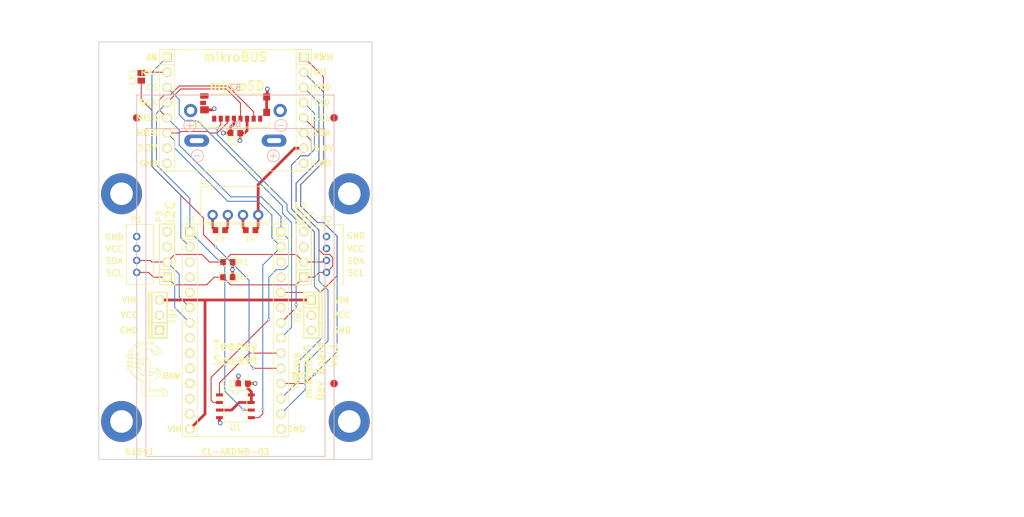
<source format=kicad_pcb>
(kicad_pcb (version 4) (host pcbnew 4.0.6)
  (title_block (title "Teensy mikroBUS Develepment Board") (date 2018-02-13) (rev 1.1) (company "Casco Logix, LLC"))
  (layers (0 F.Cu signal) (1 Power.Cu power) (2 Ground.Cu power) (31 B.Cu signal) (34 B.Paste user) (35 F.Paste user) (36 B.SilkS user) (37 F.SilkS user) (38 B.Mask user) (39 F.Mask user) (44 Edge.Cuts user))
  (net 0 "")
  (net 1 GND)
  (net 2 MOSI)
  (net 3 SCK)
  (net 4 MISO)
  (net 5 D5)
  (net 6 mikroBUS_RST)
  (net 7 A0)
  (net 8 SDA)
  (net 9 5.0V)
  (net 10 SCL)
  (net 11 D2)
  (net 12 D4)
  (net 13 D10)
  (net 14 VIN)
  (net 15 3V3)
  (net 16 D8)
  (net 17 D3)
  (net 18 TX1)
  (net 19 RX1)
  (net 20 A2)
  (net 21 A1)
  (net 22 A6)
  (net 23 A3)
  (net 24 A7)
  (net 25 A8)
  (net 26 A9)
  (net 27 D7)
  (net 28 D9)
  (net 29 D6)
  (net 30 "Net-(J5-Pad1)")
  (net 31 "Net-(J5-Pad8)")
  (net 32 "Net-(J5-Pad12)")
  (net 33 "Net-(J5-Pad13)")
  (net 34 "Net-(M1-Pad~)")
  (net 35 "Net-(M2-Pad~)")
  (net 36 "Net-(M3-Pad~)")
  (module Battery:Keystone_2462_2AA (layer B.Cu) (at 80.01 71.12 90)
    (fp_text reference B2 (at 31.75 0 360) (layer B.SilkS) (effects (font (size 1.016 1.016) (thickness 0.1524)) (justify mirror)))
    (fp_text value 2xAA)
    (pad 2 thru_hole circle (at 27.8892 7.493 90) (size 2.2225 2.2225) (drill 1.27) (layers *.Cu *.Mask) (net 1 GND))
    (pad 1 thru_hole circle (at 27.8892 -7.493 90) (size 2.2225 2.2225) (drill 1.27) (layers *.Cu *.Mask) (net 15 3V3))
  )
  (module Battery:BC9VPC (layer B.Cu) (at 80.01 48.26 270)
    (fp_text reference B1 (at -2.794 0 540) (layer B.SilkS) (effects (font (size 1.016 1.016) (thickness 0.1524)) (justify mirror)))
    (fp_text value 9V)
    (pad 2 thru_hole oval (at 0 6.477 270) (size 2.032 4.1656) (drill oval 0.8255 2.38125) (layers *.Cu *.Mask) (net 1 GND))
    (pad 1 thru_hole oval (at 0 -6.477 270) (size 2.032 4.1656) (drill oval 0.8255 2.38125) (layers *.Cu *.Mask) (net 14 VIN))
  )
  (module Active:SO-8 (layer F.Cu) (at 80.01 92.71)
    (fp_text reference U1 (at 0 3.556) (layer F.SilkS) (effects (font (size 1.016 1.016) (thickness 0.1524))))
    (fp_text value FL127 hide)
    (pad 8 smd rect (at 2.667 -1.905 270) (size 0.508 1.143) (layers F.Cu F.Paste F.Mask) (net 15 3V3))
    (pad 1 smd rect (at -2.667 -1.905 270) (size 0.508 1.143) (layers F.Cu F.Paste F.Mask) (net 12 D4))
    (pad 7 smd rect (at 2.667 -0.635 270) (size 0.508 1.143) (layers F.Cu F.Paste F.Mask) (net 15 3V3))
    (pad 6 smd rect (at 2.667 0.635 270) (size 0.508 1.143) (layers F.Cu F.Paste F.Mask) (net 3 SCK))
    (pad 5 smd rect (at 2.667 1.905 270) (size 0.508 1.143) (layers F.Cu F.Paste F.Mask) (net 2 MOSI))
    (pad 2 smd rect (at -2.667 -0.635 270) (size 0.508 1.143) (layers F.Cu F.Paste F.Mask) (net 4 MISO))
    (pad 3 smd rect (at -2.667 0.635 270) (size 0.508 1.143) (layers F.Cu F.Paste F.Mask) (net 15 3V3))
    (pad 4 smd rect (at -2.667 1.905 270) (size 0.508 1.143) (layers F.Cu F.Paste F.Mask) (net 1 GND))
  )
  (module Terminal_Block:TB_100MIL_1R3P_PTH (layer F.Cu) (at 92.71 77.47 270)
    (fp_text reference TB2 (at 0 2.286 450) (layer F.SilkS) (effects (font (size 1.016 1.016) (thickness 0.1524))))
    (fp_text value OSTVN_1x3 hide)
    (pad 1 thru_hole rect (at -2.54 0 270) (size 1.524 1.524) (drill 1.016) (layers *.Cu *.Mask F.SilkS) (net 14 VIN))
    (pad 2 thru_hole circle (at 0 0 270) (size 1.524 1.524) (drill 1.016) (layers *.Cu *.Mask F.SilkS) (net 15 3V3))
    (pad 3 thru_hole circle (at 2.54 0 270) (size 1.524 1.524) (drill 1.016) (layers *.Cu *.Mask F.SilkS) (net 1 GND))
  )
  (module Header:HEADER_M_2.54MM_1R4P_ST_AU_PTH (layer F.Cu) (at 91.44 67.31 90)
    (fp_text reference P4 (at 6.35 1.27 90) (layer F.SilkS) (effects (font (size 1.016 1.016) (thickness 0.1524))))
    (fp_text value HEADER_M_2.54MM_1R4P_ST_AU_PTH hide)
    (pad 4 thru_hole circle (at 3.81 0 90) (size 1.524 1.524) (drill 1.016) (layers *.Cu *.Mask F.SilkS) (net 1 GND))
    (pad 3 thru_hole circle (at 1.27 0 90) (size 1.524 1.524) (drill 1.016) (layers *.Cu *.Mask F.SilkS) (net 15 3V3))
    (pad 2 thru_hole circle (at -1.27 0 90) (size 1.524 1.524) (drill 1.016) (layers *.Cu *.Mask F.SilkS) (net 8 SDA))
    (pad 1 thru_hole rect (at -3.81 0 90) (size 1.524 1.524) (drill 1.016) (layers *.Cu *.Mask F.SilkS) (net 10 SCL))
  )
  (module Connector:PH_2.0_PTH (layer F.Cu) (at 95.25 67.31 90)
    (fp_text reference P2 (at 5.842 0 180) (layer F.SilkS) (effects (font (size 1.016 1.016) (thickness 0.1524))))
    (fp_text value HEADER_M_2.54MM_1R4P_ST_AU_PTH hide)
    (pad 3 thru_hole circle (at 1 0 90) (size 1.25 1.25) (drill 0.7) (layers *.Cu *.Mask) (net 15 3V3))
    (pad 2 thru_hole circle (at -1 0 90) (size 1.25 1.25) (drill 0.7) (layers *.Cu *.Mask) (net 8 SDA))
    (pad 1 thru_hole circle (at -3 0 90) (size 1.25 1.25) (drill 0.7) (layers *.Cu *.Mask) (net 10 SCL))
    (pad 4 thru_hole circle (at 3 0 90) (size 1.25 1.25) (drill 0.7) (layers *.Cu *.Mask) (net 1 GND))
  )
  (module Header:HEADER_F_2.54MM_1R8P_ST_AU_PTH (layer F.Cu) (at 91.44 43.18 270)
    (fp_text reference J2 (at -8.89 -2.54 360) (layer F.SilkS) (effects (font (size 1.016 1.016) (thickness 0.1524))))
    (fp_text value HEADER_F_2.54MM_1R8P_ST_AU_PTH hide)
    (pad 6 thru_hole circle (at 3.81 0 270) (size 1.524 1.524) (drill 1.016) (layers *.Cu *.Mask F.SilkS) (net 8 SDA))
    (pad 7 thru_hole circle (at 6.35 0 270) (size 1.524 1.524) (drill 1.016) (layers *.Cu *.Mask F.SilkS) (net 9 5.0V))
    (pad 8 thru_hole circle (at 8.89 0 270) (size 1.524 1.524) (drill 1.016) (layers *.Cu *.Mask F.SilkS) (net 1 GND))
    (pad 4 thru_hole circle (at -1.27 0 270) (size 1.524 1.524) (drill 1.016) (layers *.Cu *.Mask F.SilkS) (net 18 TX1))
    (pad 5 thru_hole circle (at 1.27 0 270) (size 1.524 1.524) (drill 1.016) (layers *.Cu *.Mask F.SilkS) (net 10 SCL))
    (pad 3 thru_hole circle (at -3.81 0 270) (size 1.524 1.524) (drill 1.016) (layers *.Cu *.Mask F.SilkS) (net 19 RX1))
    (pad 2 thru_hole circle (at -6.35 0 270) (size 1.524 1.524) (drill 1.016) (layers *.Cu *.Mask F.SilkS) (net 11 D2))
    (pad 1 thru_hole rect (at -8.89 0 270) (size 1.524 1.524) (drill 1.016) (layers *.Cu *.Mask F.SilkS) (net 16 D8))
  )
  (module Header:HEADER_F_2.54MM_1R8P_ST_AU_PTH (layer F.Cu) (at 68.58 43.18 270)
    (fp_text reference J1 (at -8.89 2.54 360) (layer F.SilkS) (effects (font (size 1.016 1.016) (thickness 0.1524))))
    (fp_text value HEADER_F_2.54MM_1R8P_ST_AU_PTH hide)
    (pad 6 thru_hole circle (at 3.81 0 270) (size 1.524 1.524) (drill 1.016) (layers *.Cu *.Mask F.SilkS) (net 2 MOSI))
    (pad 7 thru_hole circle (at 6.35 0 270) (size 1.524 1.524) (drill 1.016) (layers *.Cu *.Mask F.SilkS) (net 15 3V3))
    (pad 8 thru_hole circle (at 8.89 0 270) (size 1.524 1.524) (drill 1.016) (layers *.Cu *.Mask F.SilkS) (net 1 GND))
    (pad 4 thru_hole circle (at -1.27 0 270) (size 1.524 1.524) (drill 1.016) (layers *.Cu *.Mask F.SilkS) (net 3 SCK))
    (pad 5 thru_hole circle (at 1.27 0 270) (size 1.524 1.524) (drill 1.016) (layers *.Cu *.Mask F.SilkS) (net 4 MISO))
    (pad 3 thru_hole circle (at -3.81 0 270) (size 1.524 1.524) (drill 1.016) (layers *.Cu *.Mask F.SilkS) (net 5 D5))
    (pad 2 thru_hole circle (at -6.35 0 270) (size 1.524 1.524) (drill 1.016) (layers *.Cu *.Mask F.SilkS) (net 6 mikroBUS_RST))
    (pad 1 thru_hole rect (at -8.89 0 270) (size 1.524 1.524) (drill 1.016) (layers *.Cu *.Mask F.SilkS) (net 7 A0))
  )
  (module Terminal_Block:TB_100MIL_1R3P_PTH (layer F.Cu) (at 67.31 77.47 90)
    (fp_text reference TB1 (at 0 2.286 270) (layer F.SilkS) (effects (font (size 1.016 1.016) (thickness 0.1524))))
    (fp_text value OSTVN_1x3 hide)
    (pad 1 thru_hole rect (at -2.54 0 90) (size 1.524 1.524) (drill 1.016) (layers *.Cu *.Mask F.SilkS) (net 1 GND))
    (pad 2 thru_hole circle (at 0 0 90) (size 1.524 1.524) (drill 1.016) (layers *.Cu *.Mask F.SilkS) (net 15 3V3))
    (pad 3 thru_hole circle (at 2.54 0 90) (size 1.524 1.524) (drill 1.016) (layers *.Cu *.Mask F.SilkS) (net 14 VIN))
  )
  (module Connector:Molex_0475710001 (layer F.Cu) (at 80.01 43.18 180)
    (fp_text reference J5 (at 6.604 -2.286 180) (layer F.SilkS) (effects (font (size 1.016 1.016) (thickness 0.1524))))
    (fp_text value Molex_0475710001 hide)
    (pad 1 smd rect (at 3.55 -1.415 180) (size 0.7 1) (layers F.Cu F.Paste F.Mask) (net 30 "Net-(J5-Pad1)"))
    (pad 2 smd rect (at 2.45 -1.415 180) (size 0.7 1) (layers F.Cu F.Paste F.Mask) (net 29 D6))
    (pad 3 smd rect (at 1.35 -1.415 180) (size 0.7 1) (layers F.Cu F.Paste F.Mask) (net 2 MOSI))
    (pad 4 smd rect (at 0.25 -1.415 180) (size 0.7 1) (layers F.Cu F.Paste F.Mask) (net 15 3V3))
    (pad 5 smd rect (at -0.85 -1.415 180) (size 0.7 1) (layers F.Cu F.Paste F.Mask) (net 3 SCK))
    (pad 6 smd rect (at -1.95 -1.415 180) (size 0.7 1) (layers F.Cu F.Paste F.Mask) (net 1 GND))
    (pad 7 smd rect (at -3.05 -1.415 180) (size 0.7 1) (layers F.Cu F.Paste F.Mask) (net 4 MISO))
    (pad 8 smd rect (at -4.15 -1.415 180) (size 0.7 1) (layers F.Cu F.Paste F.Mask) (net 31 "Net-(J5-Pad8)"))
    (pad 9 smd rect (at -5.225 -0.365 180) (size 1.15 1.2) (layers F.Cu F.Paste F.Mask) (net 1 GND))
    (pad 10 smd rect (at -5.225 2.225 180) (size 1.15 1.2) (layers F.Cu F.Paste F.Mask) (net 1 GND))
    (pad 11 smd rect (at 5.175 0.075 180) (size 1.45 1.2) (layers F.Cu F.Paste F.Mask) (net 1 GND))
    (pad 12 smd rect (at 5.4 1.225 180) (size 1 0.7) (layers F.Cu F.Paste F.Mask) (net 32 "Net-(J5-Pad12)"))
    (pad 13 smd rect (at 5.2 2.375 180) (size 1.4 0.9) (layers F.Cu F.Paste F.Mask) (net 33 "Net-(J5-Pad13)"))
  )
  (module Header:HEADER_M_2.54MM_1R4P_ST_AU_PTH (layer F.Cu) (at 68.58 67.31 90)
    (fp_text reference P3 (at 6.35 -1.27 90) (layer F.SilkS) (effects (font (size 1.016 1.016) (thickness 0.1524))))
    (fp_text value HEADER_M_2.54MM_1R4P_ST_AU_PTH hide)
    (pad 4 thru_hole circle (at 3.81 0 90) (size 1.524 1.524) (drill 1.016) (layers *.Cu *.Mask F.SilkS) (net 1 GND))
    (pad 3 thru_hole circle (at 1.27 0 90) (size 1.524 1.524) (drill 1.016) (layers *.Cu *.Mask F.SilkS) (net 15 3V3))
    (pad 2 thru_hole circle (at -1.27 0 90) (size 1.524 1.524) (drill 1.016) (layers *.Cu *.Mask F.SilkS) (net 8 SDA))
    (pad 1 thru_hole rect (at -3.81 0 90) (size 1.524 1.524) (drill 1.016) (layers *.Cu *.Mask F.SilkS) (net 10 SCL))
  )
  (module Connector:PH_2.0_PTH (layer F.Cu) (at 63.5 67.31 90)
    (fp_text reference P1 (at 5.842 0 180) (layer F.SilkS) (effects (font (size 1.016 1.016) (thickness 0.1524))))
    (fp_text value HEADER_M_2.54MM_1R4P_ST_AU_PTH hide)
    (pad 3 thru_hole circle (at 1 0 90) (size 1.25 1.25) (drill 0.7) (layers *.Cu *.Mask) (net 15 3V3))
    (pad 2 thru_hole circle (at -1 0 90) (size 1.25 1.25) (drill 0.7) (layers *.Cu *.Mask) (net 8 SDA))
    (pad 1 thru_hole circle (at -3 0 90) (size 1.25 1.25) (drill 0.7) (layers *.Cu *.Mask) (net 10 SCL))
    (pad 4 thru_hole circle (at 3 0 90) (size 1.25 1.25) (drill 0.7) (layers *.Cu *.Mask) (net 1 GND))
  )
  (module Passive:0603 (layer F.Cu) (at 81.28 88.9 180)
    (fp_text reference C1 (at 2.54 0 180) (layer F.SilkS) (effects (font (size 1.016 1.016) (thickness 0.1524))))
    (fp_text value 1uF)
    (pad 1 smd rect (at -0.8 0 180) (size 0.95 1) (layers F.Cu F.Paste F.Mask) (net 15 3V3))
    (pad 2 smd rect (at 0.8 0 180) (size 0.95 1) (layers F.Cu F.Paste F.Mask) (net 1 GND))
  )
  (module Passive:0603 (layer F.Cu) (at 80.01 46.99)
    (fp_text reference C3 (at -0.508 1.524) (layer F.SilkS) (effects (font (size 1.016 1.016) (thickness 0.1524))))
    (fp_text value 1uF)
    (pad 1 smd rect (at -0.8 0) (size 0.95 1) (layers F.Cu F.Paste F.Mask) (net 15 3V3))
    (pad 2 smd rect (at 0.8 0) (size 0.95 1) (layers F.Cu F.Paste F.Mask) (net 1 GND))
  )
  (module Passive:SOLDER_LINK_NO (layer F.Cu) (at 64.262 37.592 180)
    (fp_text reference LK1 (at 1.524 0 450) (layer F.SilkS) (effects (font (size 1.016 1.016) (thickness 0.1524))))
    (fp_text value SOLDER_LINK_NO)
    (pad 1 smd rect (at 0 -0.635 180) (size 1.27 1.016) (layers F.Cu F.Mask) (net 17 D3))
    (pad 2 smd rect (at 0 0.635 180) (size 1.27 1.016) (layers F.Cu F.Mask) (net 6 mikroBUS_RST))
  )
  (module Passive:R0603 (layer F.Cu) (at 78.74 68.58 180)
    (fp_text reference R1 (at -2.54 0 180) (layer F.SilkS) (effects (font (size 1.016 1.016) (thickness 0.1524))))
    (fp_text value 4.7k)
    (pad 1 smd rect (at -0.8 0 180) (size 0.95 1) (layers F.Cu F.Paste F.Mask) (net 15 3V3))
    (pad 2 smd rect (at 0.8 0 180) (size 0.95 1) (layers F.Cu F.Paste F.Mask) (net 8 SDA))
  )
  (module Passive:R0603 (layer F.Cu) (at 78.74 71.12 180)
    (fp_text reference R2 (at -2.54 0 180) (layer F.SilkS) (effects (font (size 1.016 1.016) (thickness 0.1524))))
    (fp_text value 4.7k)
    (pad 1 smd rect (at -0.8 0 180) (size 0.95 1) (layers F.Cu F.Paste F.Mask) (net 15 3V3))
    (pad 2 smd rect (at 0.8 0 180) (size 0.95 1) (layers F.Cu F.Paste F.Mask) (net 10 SCL))
  )
  (module Logo:Casco_Logix_Logo_7x7MM (layer F.Cu) (at 65.278 86.614)
    (fp_text reference G1 hide)
    (fp_text value Casco_Logix_Logo hide)
  )
  (module FIDUCIAL:FIDUCIAL (layer F.Cu) (at 96.52 88.9)
    (fp_text reference M1 hide)
    (fp_text value FID hide)
    (pad ~ smd circle (at 0 0 270) (size 1.27 1.27) (layers F.Cu F.Mask) (net 34 "Net-(M1-Pad~)") (clearance 0.635))
  )
  (module FIDUCIAL:FIDUCIAL (layer F.Cu) (at 96.52 44.45)
    (fp_text reference M2 hide)
    (fp_text value FID hide)
    (pad ~ smd circle (at 0 0 270) (size 1.27 1.27) (layers F.Cu F.Mask) (net 35 "Net-(M2-Pad~)") (clearance 0.635))
  )
  (module FIDUCIAL:FIDUCIAL (layer F.Cu) (at 63.5 44.45)
    (fp_text reference M3 hide)
    (fp_text value FID hide)
    (pad ~ smd circle (at 0 0 270) (size 1.27 1.27) (layers F.Cu F.Mask) (net 36 "Net-(M3-Pad~)") (clearance 0.635))
  )
  (module Fastener:MH_#6 (layer F.Cu) (at 60.96 57.15)
    (fp_text reference MH1 hide)
    (fp_text value MTG_HOLE)
    (pad ~ thru_hole circle (at 0 0) (size 6.858 6.858) (drill 3.7846) (layers *.Cu *.Mask) (net 1 GND))
  )
  (module Fastener:MH_#6 (layer F.Cu) (at 99.06 57.15)
    (fp_text reference MH2 hide)
    (fp_text value MTG_HOLE)
    (pad ~ thru_hole circle (at 0 0) (size 6.858 6.858) (drill 3.7846) (layers *.Cu *.Mask) (net 1 GND))
  )
  (module Fastener:MH_#6 (layer F.Cu) (at 60.96 95.25)
    (fp_text reference MH3 hide)
    (fp_text value MTG_HOLE)
    (pad ~ thru_hole circle (at 0 0) (size 6.858 6.858) (drill 3.7846) (layers *.Cu *.Mask) (net 1 GND))
  )
  (module Fastener:MH_#6 (layer F.Cu) (at 99.06 95.25)
    (fp_text reference MH4 hide)
    (fp_text value MTG_HOLE)
    (pad ~ thru_hole circle (at 0 0) (size 6.858 6.858) (drill 3.7846) (layers *.Cu *.Mask) (net 1 GND))
  )
  (module Passive:0603 (layer F.Cu) (at 77.47 63.246 180)
    (fp_text reference C2 (at 0 -1.524 180) (layer F.SilkS) (effects (font (size 0.762 0.762) (thickness 0.127))))
    (fp_text value 1uF)
    (pad 1 smd rect (at -0.8 0 180) (size 0.95 1) (layers F.Cu F.Paste F.Mask) (net 15 3V3))
    (pad 2 smd rect (at 0.8 0 180) (size 0.95 1) (layers F.Cu F.Paste F.Mask) (net 1 GND))
  )
  (module Passive:0603 (layer F.Cu) (at 82.55 63.246 180)
    (fp_text reference C4 (at 0 -1.524 180) (layer F.SilkS) (effects (font (size 0.762 0.762) (thickness 0.127))))
    (fp_text value 1uF)
    (pad 1 smd rect (at -0.8 0 180) (size 0.95 1) (layers F.Cu F.Paste F.Mask) (net 9 5.0V))
    (pad 2 smd rect (at 0.8 0 180) (size 0.95 1) (layers F.Cu F.Paste F.Mask) (net 1 GND))
  )
  (module Power_Supply:Recom_ROE-3.305S (layer F.Cu) (at 80.01 60.706)
    (fp_text reference U2 (at -4.826 -5.588) (layer F.SilkS) (effects (font (size 1.016 1.016) (thickness 0.127))))
    (fp_text value Recom_DC_DC_Conv)
    (pad 1 thru_hole circle (at -3.81 0) (size 1.7272 1.7272) (drill 0.9906) (layers *.Cu *.Mask) (net 1 GND))
    (pad 2 thru_hole circle (at -1.27 0) (size 1.7272 1.7272) (drill 0.9906) (layers *.Cu *.Mask) (net 15 3V3))
    (pad 3 thru_hole circle (at 1.27 0) (size 1.7272 1.7272) (drill 0.9906) (layers *.Cu *.Mask) (net 1 GND))
    (pad 4 thru_hole circle (at 3.81 0) (size 1.7272 1.7272) (drill 0.9906) (layers *.Cu *.Mask) (net 9 5.0V))
  )
  (module Header:HEADER_M_2.54MM_1R14P_ST_AU_PTH (layer F.Cu) (at 72.39 80.01 270)
    (fp_text reference J3 (at -18.542 0 360) (layer F.SilkS) (effects (font (size 1.016 1.016) (thickness 0.127))))
    (fp_text value HEADER_F_2.54MM_1R14P_ST_AU_PTH hide)
    (pad 6 thru_hole circle (at -3.81 0 270) (size 1.524 1.524) (drill 1.016) (layers *.Cu *.Mask F.SilkS) (net 8 SDA))
    (pad 4 thru_hole circle (at -8.89 0 270) (size 1.524 1.524) (drill 1.016) (layers *.Cu *.Mask F.SilkS) (net 20 A2))
    (pad 3 thru_hole circle (at -11.43 0 270) (size 1.524 1.524) (drill 1.016) (layers *.Cu *.Mask F.SilkS) (net 21 A1))
    (pad 2 thru_hole circle (at -13.97 0 270) (size 1.524 1.524) (drill 1.016) (layers *.Cu *.Mask F.SilkS) (net 7 A0))
    (pad 1 thru_hole rect (at -16.51 0 270) (size 1.524 1.524) (drill 1.016) (layers *.Cu *.Mask F.SilkS) (net 3 SCK))
    (pad 7 thru_hole circle (at -1.27 0 270) (size 1.524 1.524) (drill 1.016) (layers *.Cu *.Mask F.SilkS) (net 10 SCL))
    (pad 8 thru_hole circle (at 1.27 0 270) (size 1.524 1.524) (drill 1.016) (layers *.Cu *.Mask F.SilkS) (net 22 A6))
    (pad 5 thru_hole circle (at -6.35 0 270) (size 1.524 1.524) (drill 1.016) (layers *.Cu *.Mask F.SilkS) (net 23 A3))
    (pad 9 thru_hole circle (at 3.81 0 270) (size 1.524 1.524) (drill 1.016) (layers *.Cu *.Mask F.SilkS) (net 24 A7))
    (pad 10 thru_hole circle (at 6.35 0 270) (size 1.524 1.524) (drill 1.016) (layers *.Cu *.Mask F.SilkS) (net 25 A8))
    (pad 11 thru_hole circle (at 8.89 0 270) (size 1.524 1.524) (drill 1.016) (layers *.Cu *.Mask F.SilkS) (net 26 A9))
    (pad 12 thru_hole circle (at 11.43 0 270) (size 1.524 1.524) (drill 1.016) (layers *.Cu *.Mask F.SilkS) (net 15 3V3))
    (pad 13 thru_hole circle (at 13.97 0 270) (size 1.524 1.524) (drill 1.016) (layers *.Cu *.Mask F.SilkS) (net 1 GND))
    (pad 14 thru_hole circle (at 16.51 0 270) (size 1.524 1.524) (drill 1.016) (layers *.Cu *.Mask F.SilkS) (net 14 VIN))
  )
  (module Header:HEADER_M_2.54MM_1R14P_ST_AU_PTH (layer F.Cu) (at 87.63 80.01 270)
    (fp_text reference J4 (at -18.542 0 360) (layer F.SilkS) (effects (font (size 1.016 1.016) (thickness 0.127))))
    (fp_text value HEADER_F_2.54MM_1R14P_ST_AU_PTH hide)
    (pad 6 thru_hole circle (at -3.81 0 270) (size 1.524 1.524) (drill 1.016) (layers *.Cu *.Mask F.SilkS) (net 27 D7))
    (pad 4 thru_hole circle (at -8.89 0 270) (size 1.524 1.524) (drill 1.016) (layers *.Cu *.Mask F.SilkS) (net 28 D9))
    (pad 3 thru_hole circle (at -11.43 0 270) (size 1.524 1.524) (drill 1.016) (layers *.Cu *.Mask F.SilkS) (net 13 D10))
    (pad 2 thru_hole circle (at -13.97 0 270) (size 1.524 1.524) (drill 1.016) (layers *.Cu *.Mask F.SilkS) (net 2 MOSI))
    (pad 1 thru_hole rect (at -16.51 0 270) (size 1.524 1.524) (drill 1.016) (layers *.Cu *.Mask F.SilkS) (net 4 MISO))
    (pad 7 thru_hole circle (at -1.27 0 270) (size 1.524 1.524) (drill 1.016) (layers *.Cu *.Mask F.SilkS) (net 29 D6))
    (pad 8 thru_hole circle (at 1.27 0 270) (size 1.524 1.524) (drill 1.016) (layers *.Cu *.Mask F.SilkS) (net 5 D5))
    (pad 5 thru_hole circle (at -6.35 0 270) (size 1.524 1.524) (drill 1.016) (layers *.Cu *.Mask F.SilkS) (net 16 D8))
    (pad 9 thru_hole circle (at 3.81 0 270) (size 1.524 1.524) (drill 1.016) (layers *.Cu *.Mask F.SilkS) (net 12 D4))
    (pad 10 thru_hole circle (at 6.35 0 270) (size 1.524 1.524) (drill 1.016) (layers *.Cu *.Mask F.SilkS) (net 17 D3))
    (pad 11 thru_hole circle (at 8.89 0 270) (size 1.524 1.524) (drill 1.016) (layers *.Cu *.Mask F.SilkS) (net 11 D2))
    (pad 12 thru_hole circle (at 11.43 0 270) (size 1.524 1.524) (drill 1.016) (layers *.Cu *.Mask F.SilkS) (net 18 TX1))
    (pad 13 thru_hole circle (at 13.97 0 270) (size 1.524 1.524) (drill 1.016) (layers *.Cu *.Mask F.SilkS) (net 19 RX1))
    (pad 14 thru_hole circle (at 16.51 0 270) (size 1.524 1.524) (drill 1.016) (layers *.Cu *.Mask F.SilkS) (net 1 GND))
  )
  (gr_text GND (at 90.17 96.52) (layer F.SilkS) (effects (font (size 1.016 1.016) (thickness 0.2032))))
  (gr_text VIN (at 69.85 96.52) (layer F.SilkS) (effects (font (size 1.016 1.016) (thickness 0.2032))))
  (gr_text GND (at 59.75 64.4) (layer F.SilkS) (effects (font (size 1.016 1.016) (thickness 0.2032))))
  (gr_text VCC (at 59.75 66.4) (layer F.SilkS) (effects (font (size 1.016 1.016) (thickness 0.2032))))
  (gr_text SDA (at 59.75 68.4) (layer F.SilkS) (effects (font (size 1.016 1.016) (thickness 0.2032))))
  (gr_text SCL (at 59.75 70.4) (layer F.SilkS) (effects (font (size 1.016 1.016) (thickness 0.2032))))
  (gr_text TXD (at 90.678 87.63) (layer F.SilkS) (effects (font (size 1.016 1.016) (thickness 0.2032))))
  (gr_text RAW (at 69.342 87.63) (layer F.SilkS) (effects (font (size 1.016 1.016) (thickness 0.2032))))
  (gr_text SCL (at 100.15 70.4) (layer F.SilkS) (effects (font (size 1.016 1.016) (thickness 0.2032))))
  (gr_text SDA (at 100.15 68.4) (layer F.SilkS) (effects (font (size 1.016 1.016) (thickness 0.2032))))
  (gr_text VCC (at 100.15 66.4) (layer F.SilkS) (effects (font (size 1.016 1.016) (thickness 0.2032))))
  (gr_text GND (at 100.15 64.2) (layer F.SilkS) (effects (font (size 1.016 1.016) (thickness 0.2032))))
  (gr_text INT (at 94.234 36.83) (layer F.SilkS) (effects (font (size 1.016 1.016) (thickness 0.2032))))
  (gr_text PWM (at 94.742 34.29) (layer F.SilkS) (effects (font (size 1.016 1.016) (thickness 0.2032))))
  (gr_text RXD (at 94.488 39.37) (layer F.SilkS) (effects (font (size 1.016 1.016) (thickness 0.2032))))
  (gr_text TXD (at 94.488 41.91) (layer F.SilkS) (effects (font (size 1.016 1.016) (thickness 0.2032))))
  (gr_text SCL (at 94.488 44.45) (layer F.SilkS) (effects (font (size 1.016 1.016) (thickness 0.2032))))
  (gr_text SDA (at 94.488 46.99) (layer F.SilkS) (effects (font (size 1.016 1.016) (thickness 0.2032))))
  (gr_text 5.0V (at 94.742 49.53) (layer F.SilkS) (effects (font (size 1.016 1.016) (thickness 0.2032))))
  (gr_text GND (at 94.488 52.07) (layer F.SilkS) (effects (font (size 1.016 1.016) (thickness 0.2032))))
  (gr_text GND (at 65.532 52.07) (layer F.SilkS) (effects (font (size 1.016 1.016) (thickness 0.2032))))
  (gr_text 3.3V (at 65.278 49.53) (layer F.SilkS) (effects (font (size 1.016 1.016) (thickness 0.2032))))
  (gr_text MOSI (at 65.278 46.99) (layer F.SilkS) (effects (font (size 1.016 1.016) (thickness 0.2032))))
  (gr_text MISO (at 65.278 44.45) (layer F.SilkS) (effects (font (size 1.016 1.016) (thickness 0.2032))))
  (gr_text SCK (at 65.532 41.91) (layer F.SilkS) (effects (font (size 1.016 1.016) (thickness 0.2032))))
  (gr_text CS (at 66.04 39.37) (layer F.SilkS) (effects (font (size 1.016 1.016) (thickness 0.2032))))
  (gr_text RST (at 65.532 36.83) (layer F.SilkS) (effects (font (size 1.016 1.016) (thickness 0.2032))))
  (gr_text AN (at 66.04 34.29) (layer F.SilkS) (effects (font (size 1.016 1.016) (thickness 0.2032))))
  (gr_line (start 57.15 31.75) (end 102.87 31.75) (angle 90) (layer Edge.Cuts) (width 0.15))
  (gr_line (start 57.15 101.6) (end 102.87 101.6) (angle 90) (layer Edge.Cuts) (width 0.15))
  (gr_line (start 71.12 62.23) (end 88.9 62.23) (angle 90) (layer F.SilkS) (width 0.127))
  (gr_line (start 71.12 97.79) (end 88.9 97.79) (angle 90) (layer F.SilkS) (width 0.127))
  (gr_text CL-ARDMB-03 (at 80.01 100.33) (layer F.SilkS) (effects (font (size 1.016 1.016) (thickness 0.2032))))
  (gr_text "Teensy\nmikroBUS\nDev Board" (at 92.202 86.868 90) (layer F.SilkS) (effects (font (size 1.27 1.27) (thickness 0.254))))
  (gr_line (start 67.31 53.34) (end 92.71 53.34) (angle 90) (layer F.SilkS) (width 0.127))
  (gr_text 61541 (at 64.008 100.33) (layer F.SilkS) (effects (font (size 1.016 1.016) (thickness 0.2032))))
  (gr_text V1.1 (at 96.52 84.074 90) (layer F.SilkS) (effects (font (size 1.27 1.27) (thickness 0.254))))
  (gr_text microSD (at 80.264 39.116) (layer F.SilkS) (effects (font (size 1.5 1.5) (thickness 0.3))))
  (gr_text VIN (at 97.79 74.93) (layer F.SilkS) (effects (font (size 1.016 1.016) (thickness 0.2032))))
  (gr_text VCC (at 97.79 77.47) (layer F.SilkS) (effects (font (size 1.016 1.016) (thickness 0.2032))))
  (gr_text GND (at 97.79 80.01) (layer F.SilkS) (effects (font (size 1.016 1.016) (thickness 0.2032))))
  (gr_text GND (at 62.23 80.01) (layer F.SilkS) (effects (font (size 1.016 1.016) (thickness 0.2032))))
  (gr_text VCC (at 62.23 77.47) (layer F.SilkS) (effects (font (size 1.016 1.016) (thickness 0.2032))))
  (gr_text VIN (at 62.23 74.93) (layer F.SilkS) (effects (font (size 1.016 1.016) (thickness 0.2032))))
  (gr_line (start 67.31 33.02) (end 92.71 33.02) (angle 90) (layer F.SilkS) (width 0.127))
  (gr_text I2C (at 69.088 60.198 90) (layer F.SilkS) (effects (font (size 1.5 1.5) (thickness 0.3))))
  (gr_text I2C (at 90.932 60.198 90) (layer F.SilkS) (effects (font (size 1.5 1.5) (thickness 0.3))))
  (gr_line (start 102.87 31.75) (end 102.87 101.6) (angle 90) (layer Edge.Cuts) (width 0.15))
  (gr_line (start 57.15 31.75) (end 57.15 101.6) (angle 90) (layer Edge.Cuts) (width 0.15))
  (gr_text "Teensy\nSocket" (at 80.01 83.82) (layer F.SilkS) (effects (font (size 1.5 1.5) (thickness 0.3))))
  (gr_text mikroBUS (at 80.01 34.29) (layer F.SilkS) (effects (font (size 1.5 1.5) (thickness 0.3))))
  (segment (start 74.835 43.105) (end 76.275 43.105) (width 0.4572) (layer F.Cu) (net 1))
  (via (at 76.454 42.926) (size 0.762) (drill 0.4572) (layers F.Cu B.Cu) (net 1))
  (segment (start 76.275 43.105) (end 76.454 42.926) (width 0.4572) (layer F.Cu) (net 1))
  (segment (start 81.75 63.246) (end 81.28 62.776) (width 0.4572) (layer F.Cu) (net 1))
  (segment (start 81.28 62.776) (end 81.28 60.706) (width 0.4572) (layer F.Cu) (net 1))
  (segment (start 76.67 63.246) (end 76.2 62.776) (width 0.4572) (layer F.Cu) (net 1))
  (segment (start 76.2 62.776) (end 76.2 60.706) (width 0.4572) (layer F.Cu) (net 1))
  (segment (start 80.48 88.9) (end 80.48 87.668) (width 0.4572) (layer F.Cu) (net 1))
  (via (at 80.518 87.63) (size 0.762) (drill 0.4572) (layers F.Cu B.Cu) (net 1))
  (segment (start 80.48 87.668) (end 80.518 87.63) (width 0.4572) (layer F.Cu) (net 1))
  (segment (start 77.343 94.615) (end 77.343 95.377) (width 0.4572) (layer F.Cu) (net 1))
  (via (at 77.47 95.504) (size 0.762) (drill 0.4572) (layers F.Cu B.Cu) (net 1))
  (segment (start 77.343 95.377) (end 77.47 95.504) (width 0.4572) (layer F.Cu) (net 1))
  (segment (start 80.81 46.99) (end 80.81 48.222) (width 0.4572) (layer F.Cu) (net 1))
  (via (at 80.772 48.26) (size 0.762) (drill 0.4572) (layers F.Cu B.Cu) (net 1))
  (segment (start 80.81 48.222) (end 80.772 48.26) (width 0.4572) (layer F.Cu) (net 1))
  (segment (start 80.81 46.99) (end 81.534 46.99) (width 0.4572) (layer F.Cu) (net 1))
  (segment (start 81.96 46.564) (end 81.96 44.595) (width 0.4572) (layer F.Cu) (net 1))
  (segment (start 81.534 46.99) (end 81.96 46.564) (width 0.4572) (layer F.Cu) (net 1))
  (segment (start 80.81 46.99) (end 80.81 46.952) (width 0.4572) (layer F.Cu) (net 1))
  (segment (start 85.235 40.955) (end 85.344 40.846) (width 0.4572) (layer F.Cu) (net 1))
  (segment (start 85.344 40.846) (end 85.344 39.624) (width 0.4572) (layer F.Cu) (net 1))
  (via (at 85.344 39.624) (size 0.762) (drill 0.4572) (layers F.Cu B.Cu) (net 1))
  (segment (start 85.235 43.545) (end 85.235 40.955) (width 0.4572) (layer F.Cu) (net 1))
  (segment (start 68.58 46.99) (end 69.85 48.26) (width 0.1524) (layer B.Cu) (net 2))
  (segment (start 80.01 58.42) (end 83.82 58.42) (width 0.1524) (layer B.Cu) (net 2))
  (segment (start 83.82 58.42) (end 86.106 60.706) (width 0.1524) (layer B.Cu) (net 2))
  (segment (start 86.106 64.516) (end 87.63 66.04) (width 0.1524) (layer B.Cu) (net 2))
  (segment (start 86.106 60.706) (end 86.106 64.516) (width 0.1524) (layer B.Cu) (net 2))
  (segment (start 78.74 58.42) (end 80.01 58.42) (width 0.1524) (layer B.Cu) (net 2))
  (segment (start 69.85 49.53) (end 78.74 58.42) (width 0.1524) (layer B.Cu) (net 2))
  (segment (start 69.85 48.26) (end 69.85 49.53) (width 0.1524) (layer B.Cu) (net 2))
  (segment (start 76.962 46.99) (end 75.692 46.99) (width 0.1524) (layer F.Cu) (net 2))
  (segment (start 76.962 46.99) (end 78.66 45.292) (width 0.1524) (layer F.Cu) (net 2))
  (segment (start 78.66 44.595) (end 78.66 45.292) (width 0.1524) (layer F.Cu) (net 2))
  (segment (start 70.612 46.99) (end 68.58 46.99) (width 0.1524) (layer F.Cu) (net 2))
  (segment (start 70.866 46.736) (end 70.612 46.99) (width 0.1524) (layer F.Cu) (net 2))
  (segment (start 75.438 46.736) (end 70.866 46.736) (width 0.1524) (layer F.Cu) (net 2))
  (segment (start 75.692 46.99) (end 75.438 46.736) (width 0.1524) (layer F.Cu) (net 2))
  (segment (start 87.63 66.04) (end 84.582 69.088) (width 0.1524) (layer B.Cu) (net 2))
  (segment (start 83.947 94.615) (end 82.677 94.615) (width 0.1524) (layer F.Cu) (net 2))
  (segment (start 84.582 93.98) (end 83.947 94.615) (width 0.1524) (layer F.Cu) (net 2))
  (segment (start 84.582 93.218) (end 84.582 93.98) (width 0.1524) (layer F.Cu) (net 2))
  (via (at 84.582 93.218) (size 0.4572) (drill 0.3048) (layers F.Cu B.Cu) (net 2))
  (segment (start 84.582 69.088) (end 84.582 93.218) (width 0.1524) (layer B.Cu) (net 2))
  (segment (start 82.423 94.615) (end 82.677 94.615) (width 0.1524) (layer F.Cu) (net 2))
  (segment (start 72.39 63.5) (end 78.232 69.342) (width 0.1524) (layer B.Cu) (net 3))
  (segment (start 81.407 93.345) (end 82.677 93.345) (width 0.1524) (layer F.Cu) (net 3))
  (segment (start 81.28 93.218) (end 81.407 93.345) (width 0.1524) (layer F.Cu) (net 3))
  (via (at 81.28 93.218) (size 0.4572) (drill 0.3048) (layers F.Cu B.Cu) (net 3))
  (segment (start 78.232 90.17) (end 81.28 93.218) (width 0.1524) (layer B.Cu) (net 3))
  (segment (start 78.232 69.342) (end 78.232 90.17) (width 0.1524) (layer B.Cu) (net 3))
  (segment (start 68.58 41.91) (end 66.802 43.688) (width 0.1524) (layer B.Cu) (net 3))
  (segment (start 72.39 57.912) (end 72.39 63.5) (width 0.1524) (layer B.Cu) (net 3))
  (segment (start 66.802 52.324) (end 72.39 57.912) (width 0.1524) (layer B.Cu) (net 3))
  (segment (start 66.802 43.688) (end 66.802 52.324) (width 0.1524) (layer B.Cu) (net 3))
  (segment (start 80.86 44.595) (end 80.86 41.998) (width 0.1524) (layer F.Cu) (net 3))
  (segment (start 80.86 41.998) (end 78.486 39.624) (width 0.1524) (layer F.Cu) (net 3))
  (segment (start 70.866 39.624) (end 68.58 41.91) (width 0.1524) (layer F.Cu) (net 3))
  (segment (start 78.486 39.624) (end 70.866 39.624) (width 0.1524) (layer F.Cu) (net 3))
  (segment (start 68.58 44.45) (end 70.612 46.482) (width 0.1524) (layer B.Cu) (net 4))
  (segment (start 84.328 57.658) (end 87.63 60.96) (width 0.1524) (layer B.Cu) (net 4))
  (segment (start 79.248 57.658) (end 84.328 57.658) (width 0.1524) (layer B.Cu) (net 4))
  (segment (start 70.612 49.022) (end 79.248 57.658) (width 0.1524) (layer B.Cu) (net 4))
  (segment (start 70.612 46.482) (end 70.612 49.022) (width 0.1524) (layer B.Cu) (net 4))
  (segment (start 87.63 60.96) (end 87.63 61.214) (width 0.1524) (layer B.Cu) (net 4))
  (segment (start 87.63 61.214) (end 87.63 63.5) (width 0.1524) (layer B.Cu) (net 4))
  (segment (start 68.58 44.45) (end 68.58 44.45) (width 0.1524) (layer B.Cu) (net 4))
  (via (at 85.598 78.232) (size 0.4572) (drill 0.3048) (layers F.Cu B.Cu) (net 4))
  (segment (start 85.598 78.232) (end 85.598 71.12) (width 0.1524) (layer B.Cu) (net 4))
  (segment (start 83.058 80.772) (end 85.598 78.232) (width 0.1524) (layer F.Cu) (net 4))
  (segment (start 76.327 92.075) (end 75.946 91.694) (width 0.1524) (layer F.Cu) (net 4))
  (segment (start 75.946 91.694) (end 75.946 87.884) (width 0.1524) (layer F.Cu) (net 4))
  (segment (start 75.946 87.884) (end 83.058 80.772) (width 0.1524) (layer F.Cu) (net 4))
  (segment (start 76.327 92.075) (end 77.343 92.075) (width 0.1524) (layer F.Cu) (net 4))
  (segment (start 87.63 63.5) (end 88.9 64.77) (width 0.1524) (layer B.Cu) (net 4))
  (segment (start 88.9 69.088) (end 88.9 64.77) (width 0.1524) (layer B.Cu) (net 4))
  (segment (start 88.138 69.85) (end 88.9 69.088) (width 0.1524) (layer B.Cu) (net 4))
  (segment (start 86.868 69.85) (end 88.138 69.85) (width 0.1524) (layer B.Cu) (net 4))
  (segment (start 85.598 71.12) (end 86.868 69.85) (width 0.1524) (layer B.Cu) (net 4))
  (segment (start 68.58 44.45) (end 67.31 43.18) (width 0.1524) (layer F.Cu) (net 4))
  (segment (start 83.06 43.436) (end 83.06 44.595) (width 0.1524) (layer F.Cu) (net 4))
  (segment (start 78.74 39.116) (end 83.06 43.436) (width 0.1524) (layer F.Cu) (net 4))
  (segment (start 70.612 39.116) (end 78.74 39.116) (width 0.1524) (layer F.Cu) (net 4))
  (segment (start 69.088 40.64) (end 70.612 39.116) (width 0.1524) (layer F.Cu) (net 4))
  (segment (start 68.072 40.64) (end 69.088 40.64) (width 0.1524) (layer F.Cu) (net 4))
  (segment (start 67.31 41.402) (end 68.072 40.64) (width 0.1524) (layer F.Cu) (net 4))
  (segment (start 67.31 43.18) (end 67.31 41.402) (width 0.1524) (layer F.Cu) (net 4))
  (segment (start 77.089 92.075) (end 77.343 92.075) (width 0.1524) (layer F.Cu) (net 4))
  (segment (start 77.343 92.075) (end 77.089 92.075) (width 0.1524) (layer F.Cu) (net 4))
  (segment (start 74.93 46.228) (end 87.884 59.182) (width 0.1524) (layer B.Cu) (net 5))
  (segment (start 70.612 41.402) (end 70.612 43.942) (width 0.1524) (layer B.Cu) (net 5))
  (segment (start 70.612 43.942) (end 71.628 44.958) (width 0.1524) (layer B.Cu) (net 5))
  (segment (start 71.628 44.958) (end 73.66 44.958) (width 0.1524) (layer B.Cu) (net 5))
  (segment (start 73.66 44.958) (end 74.93 46.228) (width 0.1524) (layer B.Cu) (net 5))
  (segment (start 68.58 39.37) (end 70.612 41.402) (width 0.1524) (layer B.Cu) (net 5))
  (segment (start 89.408 79.502) (end 87.63 81.28) (width 0.1524) (layer B.Cu) (net 5))
  (segment (start 89.408 61.976) (end 89.408 79.502) (width 0.1524) (layer B.Cu) (net 5))
  (segment (start 87.884 60.452) (end 89.408 61.976) (width 0.1524) (layer B.Cu) (net 5))
  (segment (start 87.884 59.182) (end 87.884 60.452) (width 0.1524) (layer B.Cu) (net 5))
  (segment (start 68.58 36.83) (end 64.389 36.83) (width 0.1524) (layer F.Cu) (net 6))
  (segment (start 64.389 36.83) (end 64.262 36.957) (width 0.1524) (layer F.Cu) (net 6))
  (segment (start 68.58 34.29) (end 66.04 36.83) (width 0.1524) (layer B.Cu) (net 7))
  (segment (start 70.866 64.516) (end 72.39 66.04) (width 0.1524) (layer B.Cu) (net 7))
  (segment (start 70.866 57.404) (end 70.866 64.516) (width 0.1524) (layer B.Cu) (net 7))
  (segment (start 66.04 52.578) (end 70.866 57.404) (width 0.1524) (layer B.Cu) (net 7))
  (segment (start 66.04 36.83) (end 66.04 52.578) (width 0.1524) (layer B.Cu) (net 7))
  (segment (start 77.94 68.58) (end 79.21 67.31) (width 0.1524) (layer F.Cu) (net 8))
  (segment (start 90.17 67.31) (end 91.44 68.58) (width 0.1524) (layer F.Cu) (net 8))
  (segment (start 79.21 67.31) (end 90.17 67.31) (width 0.1524) (layer F.Cu) (net 8))
  (segment (start 68.58 68.58) (end 69.85 67.31) (width 0.1524) (layer F.Cu) (net 8))
  (segment (start 74.422 67.31) (end 75.692 68.58) (width 0.1524) (layer F.Cu) (net 8))
  (segment (start 69.85 67.31) (end 74.422 67.31) (width 0.1524) (layer F.Cu) (net 8))
  (segment (start 91.44 46.99) (end 92.71 48.26) (width 0.1524) (layer F.Cu) (net 8))
  (segment (start 93.218 67.056) (end 93.218 68.58) (width 0.1524) (layer F.Cu) (net 8))
  (segment (start 89.408 59.69) (end 89.408 55.88) (width 0.1524) (layer F.Cu) (net 8))
  (segment (start 93.218 63.5) (end 89.408 59.69) (width 0.1524) (layer F.Cu) (net 8))
  (segment (start 93.218 63.5) (end 93.218 67.056) (width 0.1524) (layer F.Cu) (net 8))
  (segment (start 89.408 52.324) (end 89.408 55.88) (width 0.1524) (layer F.Cu) (net 8))
  (segment (start 90.932 50.8) (end 89.408 52.324) (width 0.1524) (layer F.Cu) (net 8))
  (segment (start 92.202 50.8) (end 90.932 50.8) (width 0.1524) (layer F.Cu) (net 8))
  (segment (start 92.71 50.292) (end 92.202 50.8) (width 0.1524) (layer F.Cu) (net 8))
  (segment (start 92.71 48.26) (end 92.71 50.292) (width 0.1524) (layer F.Cu) (net 8))
  (segment (start 93.218 68.58) (end 94.98 68.58) (width 0.1524) (layer F.Cu) (net 8))
  (segment (start 94.98 68.58) (end 95.25 68.31) (width 0.1524) (layer F.Cu) (net 8))
  (segment (start 72.39 76.2) (end 70.612 74.422) (width 0.1524) (layer B.Cu) (net 8))
  (segment (start 70.612 70.612) (end 68.58 68.58) (width 0.1524) (layer B.Cu) (net 8))
  (segment (start 70.612 74.422) (end 70.612 70.612) (width 0.1524) (layer B.Cu) (net 8))
  (segment (start 91.44 68.58) (end 93.218 68.58) (width 0.1524) (layer F.Cu) (net 8))
  (segment (start 77.94 68.58) (end 77.978 68.58) (width 0.1524) (layer F.Cu) (net 8))
  (segment (start 75.692 68.58) (end 77.94 68.58) (width 0.1524) (layer F.Cu) (net 8))
  (segment (start 63.5 68.31) (end 65.77 68.31) (width 0.1524) (layer F.Cu) (net 8))
  (segment (start 66.04 68.58) (end 68.58 68.58) (width 0.1524) (layer F.Cu) (net 8))
  (segment (start 65.77 68.31) (end 66.04 68.58) (width 0.1524) (layer F.Cu) (net 8))
  (segment (start 83.82 60.706) (end 83.82 57.15) (width 0.4572) (layer F.Cu) (net 9))
  (segment (start 83.82 55.626) (end 89.916 49.53) (width 0.4572) (layer F.Cu) (net 9))
  (segment (start 89.916 49.53) (end 91.44 49.53) (width 0.4572) (layer F.Cu) (net 9))
  (segment (start 83.82 57.15) (end 83.82 55.626) (width 0.4572) (layer F.Cu) (net 9))
  (segment (start 83.35 63.246) (end 83.82 62.776) (width 0.4572) (layer F.Cu) (net 9))
  (segment (start 83.82 62.776) (end 83.82 60.706) (width 0.4572) (layer F.Cu) (net 9))
  (segment (start 68.58 71.12) (end 69.85 72.39) (width 0.1524) (layer F.Cu) (net 10))
  (segment (start 75.184 72.39) (end 76.454 71.12) (width 0.1524) (layer F.Cu) (net 10))
  (segment (start 69.85 72.39) (end 75.184 72.39) (width 0.1524) (layer F.Cu) (net 10))
  (segment (start 91.44 71.12) (end 90.17 72.39) (width 0.1524) (layer F.Cu) (net 10))
  (segment (start 79.21 72.39) (end 77.94 71.12) (width 0.1524) (layer F.Cu) (net 10))
  (segment (start 90.17 72.39) (end 79.21 72.39) (width 0.1524) (layer F.Cu) (net 10))
  (segment (start 93.98 63.246) (end 90.17 59.436) (width 0.1524) (layer F.Cu) (net 10))
  (segment (start 93.98 63.246) (end 93.98 66.548) (width 0.1524) (layer F.Cu) (net 10))
  (segment (start 93.98 66.548) (end 94.742 67.31) (width 0.1524) (layer F.Cu) (net 10))
  (segment (start 94.742 67.31) (end 95.758 67.31) (width 0.1524) (layer F.Cu) (net 10))
  (segment (start 95.758 67.31) (end 96.266 67.818) (width 0.1524) (layer F.Cu) (net 10))
  (segment (start 96.266 67.818) (end 96.266 69.294) (width 0.1524) (layer F.Cu) (net 10))
  (segment (start 95.25 70.31) (end 96.266 69.294) (width 0.1524) (layer F.Cu) (net 10))
  (segment (start 93.98 46.99) (end 91.44 44.45) (width 0.1524) (layer F.Cu) (net 10))
  (segment (start 90.17 55.372) (end 90.17 59.436) (width 0.1524) (layer F.Cu) (net 10))
  (segment (start 93.98 51.562) (end 90.17 55.372) (width 0.1524) (layer F.Cu) (net 10))
  (segment (start 93.98 46.99) (end 93.98 51.562) (width 0.1524) (layer F.Cu) (net 10))
  (segment (start 68.58 71.12) (end 69.85 72.39) (width 0.1524) (layer B.Cu) (net 10))
  (segment (start 69.85 76.2) (end 72.39 78.74) (width 0.1524) (layer B.Cu) (net 10))
  (segment (start 69.85 72.39) (end 69.85 76.2) (width 0.1524) (layer B.Cu) (net 10))
  (segment (start 95.25 70.31) (end 94.028 70.31) (width 0.1524) (layer F.Cu) (net 10))
  (segment (start 94.028 70.31) (end 93.218 71.12) (width 0.1524) (layer F.Cu) (net 10))
  (segment (start 93.218 71.12) (end 91.44 71.12) (width 0.1524) (layer F.Cu) (net 10))
  (segment (start 76.454 71.12) (end 77.94 71.12) (width 0.1524) (layer F.Cu) (net 10))
  (segment (start 63.5 70.31) (end 65.484 70.31) (width 0.1524) (layer F.Cu) (net 10))
  (segment (start 66.294 71.12) (end 68.58 71.12) (width 0.1524) (layer F.Cu) (net 10))
  (segment (start 65.484 70.31) (end 66.294 71.12) (width 0.1524) (layer F.Cu) (net 10))
  (segment (start 91.44 36.83) (end 94.742 40.132) (width 0.1524) (layer B.Cu) (net 11))
  (segment (start 91.694 88.9) (end 87.63 88.9) (width 0.1524) (layer F.Cu) (net 11))
  (segment (start 93.218 87.376) (end 91.694 88.9) (width 0.1524) (layer F.Cu) (net 11))
  (via (at 93.218 87.376) (size 0.4572) (drill 0.3048) (layers F.Cu B.Cu) (net 11))
  (segment (start 97.028 83.566) (end 93.218 87.376) (width 0.1524) (layer B.Cu) (net 11))
  (segment (start 97.028 64.262) (end 97.028 83.566) (width 0.1524) (layer B.Cu) (net 11))
  (segment (start 94.742 61.976) (end 97.028 64.262) (width 0.1524) (layer B.Cu) (net 11))
  (segment (start 93.726 61.976) (end 94.742 61.976) (width 0.1524) (layer B.Cu) (net 11))
  (segment (start 90.932 59.182) (end 93.726 61.976) (width 0.1524) (layer B.Cu) (net 11))
  (segment (start 90.932 55.626) (end 90.932 59.182) (width 0.1524) (layer B.Cu) (net 11))
  (segment (start 94.742 51.816) (end 90.932 55.626) (width 0.1524) (layer B.Cu) (net 11))
  (segment (start 94.742 40.132) (end 94.742 51.816) (width 0.1524) (layer B.Cu) (net 11))
  (segment (start 87.63 83.82) (end 82.296 83.82) (width 0.1524) (layer F.Cu) (net 12))
  (segment (start 77.343 88.773) (end 77.343 90.805) (width 0.1524) (layer F.Cu) (net 12))
  (segment (start 82.296 83.82) (end 77.343 88.773) (width 0.1524) (layer F.Cu) (net 12))
  (segment (start 67.31 74.93) (end 74.93 74.93) (width 0.4572) (layer F.Cu) (net 14))
  (segment (start 72.39 96.52) (end 74.93 93.98) (width 0.4572) (layer F.Cu) (net 14))
  (segment (start 74.93 93.98) (end 74.93 74.93) (width 0.4572) (layer F.Cu) (net 14))
  (segment (start 74.93 74.93) (end 91.948 74.93) (width 0.4572) (layer F.Cu) (net 14))
  (segment (start 78.27 63.246) (end 78.74 62.776) (width 0.4572) (layer F.Cu) (net 15))
  (segment (start 78.74 62.776) (end 78.74 60.706) (width 0.4572) (layer F.Cu) (net 15))
  (segment (start 77.343 93.345) (end 79.375 93.345) (width 0.4572) (layer F.Cu) (net 15))
  (segment (start 80.645 92.075) (end 82.677 92.075) (width 0.4572) (layer F.Cu) (net 15))
  (segment (start 79.375 93.345) (end 80.645 92.075) (width 0.4572) (layer F.Cu) (net 15))
  (segment (start 82.677 90.805) (end 82.677 90.297) (width 0.4572) (layer F.Cu) (net 15))
  (segment (start 82.08 89.7) (end 82.08 88.9) (width 0.4572) (layer F.Cu) (net 15))
  (segment (start 82.677 90.297) (end 82.08 89.7) (width 0.4572) (layer F.Cu) (net 15))
  (segment (start 82.08 88.9) (end 83.312 88.9) (width 0.4572) (layer F.Cu) (net 15))
  (via (at 83.312 88.9) (size 0.762) (drill 0.4572) (layers F.Cu B.Cu) (net 15))
  (segment (start 79.54 71.12) (end 79.54 69.888) (width 0.4572) (layer F.Cu) (net 15))
  (segment (start 79.54 69.812) (end 79.502 69.85) (width 0.4572) (layer F.Cu) (net 15))
  (via (at 79.502 69.85) (size 0.762) (drill 0.4572) (layers F.Cu B.Cu) (net 15))
  (segment (start 79.54 69.812) (end 79.54 68.58) (width 0.4572) (layer F.Cu) (net 15))
  (segment (start 79.54 69.888) (end 79.502 69.85) (width 0.4572) (layer F.Cu) (net 15))
  (segment (start 82.677 92.075) (end 82.677 90.805) (width 0.4572) (layer F.Cu) (net 15))
  (segment (start 79.21 46.99) (end 77.978 46.99) (width 0.4572) (layer F.Cu) (net 15))
  (via (at 77.978 46.99) (size 0.762) (drill 0.4572) (layers F.Cu B.Cu) (net 15))
  (segment (start 79.21 46.99) (end 79.21 46.012) (width 0.4572) (layer F.Cu) (net 15))
  (segment (start 79.76 45.462) (end 79.76 44.595) (width 0.4572) (layer F.Cu) (net 15))
  (segment (start 79.21 46.012) (end 79.76 45.462) (width 0.4572) (layer F.Cu) (net 15))
  (segment (start 87.63 73.66) (end 94.234 73.66) (width 0.1524) (layer F.Cu) (net 16))
  (segment (start 97.028 70.866) (end 97.028 64.262) (width 0.1524) (layer F.Cu) (net 16))
  (segment (start 94.742 61.976) (end 93.726 61.976) (width 0.1524) (layer F.Cu) (net 16))
  (segment (start 97.028 64.262) (end 94.742 61.976) (width 0.1524) (layer F.Cu) (net 16))
  (segment (start 94.234 73.66) (end 97.028 70.866) (width 0.1524) (layer F.Cu) (net 16))
  (segment (start 90.932 59.182) (end 90.932 55.626) (width 0.1524) (layer F.Cu) (net 16))
  (segment (start 93.726 61.976) (end 90.932 59.182) (width 0.1524) (layer F.Cu) (net 16))
  (segment (start 94.742 37.592) (end 91.44 34.29) (width 0.1524) (layer F.Cu) (net 16))
  (segment (start 94.742 51.816) (end 94.742 37.592) (width 0.1524) (layer F.Cu) (net 16))
  (segment (start 90.932 55.626) (end 94.742 51.816) (width 0.1524) (layer F.Cu) (net 16))
  (segment (start 93.726 61.976) (end 93.726 61.976) (width 0.1524) (layer F.Cu) (net 16))
  (segment (start 64.262 38.227) (end 64.262 41.402) (width 0.1524) (layer F.Cu) (net 17))
  (segment (start 83.058 86.36) (end 87.63 86.36) (width 0.1524) (layer F.Cu) (net 17))
  (via (at 83.058 86.36) (size 0.4572) (drill 0.3048) (layers F.Cu B.Cu) (net 17))
  (segment (start 82.296 85.598) (end 83.058 86.36) (width 0.1524) (layer B.Cu) (net 17))
  (segment (start 82.296 71.628) (end 82.296 85.598) (width 0.1524) (layer B.Cu) (net 17))
  (segment (start 76.708 66.04) (end 82.296 71.628) (width 0.1524) (layer B.Cu) (net 17))
  (via (at 76.708 66.04) (size 0.4572) (drill 0.3048) (layers F.Cu B.Cu) (net 17))
  (segment (start 74.676 64.008) (end 76.708 66.04) (width 0.1524) (layer F.Cu) (net 17))
  (segment (start 74.676 61.214) (end 74.676 64.008) (width 0.1524) (layer F.Cu) (net 17))
  (segment (start 66.04 52.578) (end 74.676 61.214) (width 0.1524) (layer F.Cu) (net 17))
  (segment (start 66.04 43.18) (end 66.04 52.578) (width 0.1524) (layer F.Cu) (net 17))
  (segment (start 64.262 41.402) (end 66.04 43.18) (width 0.1524) (layer F.Cu) (net 17))
  (segment (start 94.488 81.28) (end 90.678 85.09) (width 0.1524) (layer B.Cu) (net 18))
  (segment (start 87.63 91.44) (end 90.678 88.392) (width 0.1524) (layer B.Cu) (net 18))
  (segment (start 94.488 73.914) (end 94.488 81.28) (width 0.1524) (layer B.Cu) (net 18))
  (segment (start 93.218 63.5) (end 93.218 72.644) (width 0.1524) (layer B.Cu) (net 18))
  (segment (start 93.218 43.688) (end 93.218 49.784) (width 0.1524) (layer B.Cu) (net 18))
  (segment (start 93.218 43.688) (end 91.44 41.91) (width 0.1524) (layer B.Cu) (net 18))
  (segment (start 89.408 52.324) (end 90.932 50.8) (width 0.1524) (layer B.Cu) (net 18))
  (segment (start 90.932 50.8) (end 92.202 50.8) (width 0.1524) (layer B.Cu) (net 18))
  (segment (start 92.202 50.8) (end 93.218 49.784) (width 0.1524) (layer B.Cu) (net 18))
  (segment (start 93.218 63.5) (end 89.408 59.69) (width 0.1524) (layer B.Cu) (net 18))
  (segment (start 89.408 59.69) (end 89.408 52.324) (width 0.1524) (layer B.Cu) (net 18))
  (segment (start 93.218 72.644) (end 94.488 73.914) (width 0.1524) (layer B.Cu) (net 18))
  (segment (start 90.678 85.09) (end 90.678 88.392) (width 0.1524) (layer B.Cu) (net 18))
  (segment (start 91.694 89.916) (end 91.694 85.344) (width 0.1524) (layer B.Cu) (net 19))
  (segment (start 93.98 41.91) (end 93.98 51.562) (width 0.1524) (layer B.Cu) (net 19))
  (segment (start 91.44 39.37) (end 93.98 41.91) (width 0.1524) (layer B.Cu) (net 19))
  (segment (start 90.17 59.436) (end 93.98 63.246) (width 0.1524) (layer B.Cu) (net 19))
  (segment (start 90.17 55.372) (end 90.17 59.436) (width 0.1524) (layer B.Cu) (net 19))
  (segment (start 93.98 51.562) (end 90.17 55.372) (width 0.1524) (layer B.Cu) (net 19))
  (segment (start 91.694 89.916) (end 87.63 93.98) (width 0.1524) (layer B.Cu) (net 19))
  (segment (start 93.98 63.246) (end 93.98 71.755) (width 0.1524) (layer B.Cu) (net 19))
  (segment (start 95.504 73.279) (end 93.98 71.755) (width 0.1524) (layer B.Cu) (net 19))
  (segment (start 95.504 81.788) (end 95.504 73.279) (width 0.1524) (layer B.Cu) (net 19))
  (segment (start 91.948 85.344) (end 95.504 81.788) (width 0.1524) (layer B.Cu) (net 19))
  (segment (start 91.694 85.344) (end 91.948 85.344) (width 0.1524) (layer B.Cu) (net 19))
  (segment (start 76.962 46.228) (end 76.962 47.244) (width 0.1524) (layer B.Cu) (net 29))
  (segment (start 90.17 76.2) (end 90.17 75.692) (width 0.1524) (layer F.Cu) (net 29))
  (via (at 90.17 75.692) (size 0.4572) (drill 0.3048) (layers F.Cu B.Cu) (net 29))
  (segment (start 90.17 75.692) (end 90.17 61.468) (width 0.1524) (layer B.Cu) (net 29))
  (segment (start 90.17 61.468) (end 88.646 59.944) (width 0.1524) (layer B.Cu) (net 29))
  (via (at 76.962 46.228) (size 0.4572) (drill 0.3048) (layers F.Cu B.Cu) (net 29))
  (segment (start 76.962 46.228) (end 77.56 45.63) (width 0.1524) (layer F.Cu) (net 29))
  (segment (start 77.56 44.595) (end 77.56 45.63) (width 0.1524) (layer F.Cu) (net 29))
  (segment (start 90.17 76.2) (end 87.63 78.74) (width 0.1524) (layer F.Cu) (net 29))
  (segment (start 88.646 58.928) (end 88.646 59.944) (width 0.1524) (layer B.Cu) (net 29))
  (segment (start 76.962 47.244) (end 88.646 58.928) (width 0.1524) (layer B.Cu) (net 29))
)
</source>
